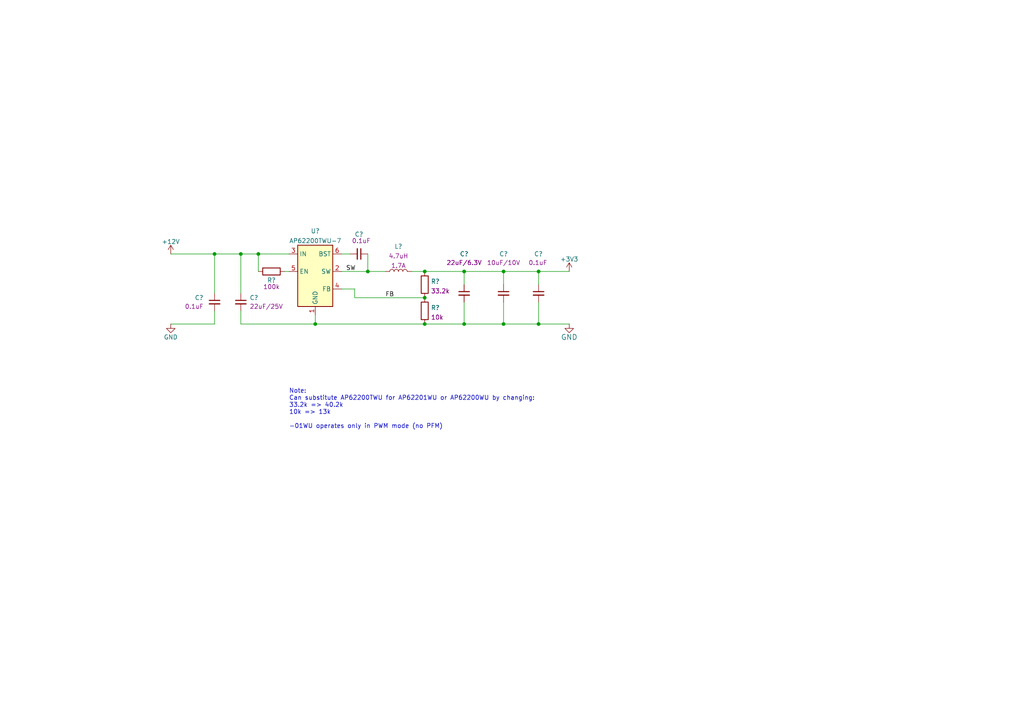
<source format=kicad_sch>
(kicad_sch (version 20211123) (generator eeschema)
  (paper "A4")
  (lib_symbols
    (symbol "4ms_Capacitor:0.1uF_0603_16V" (pin_numbers hide) (pin_names (offset 0.254) hide)
      (property "Reference" "C" (at 1.905 1.27 0))
      (property "Display" "0.1uF" (at 1.905 -1.27 0))
      (symbol "0.1uF_0603_16V_0_1"
        (polyline (pts (xy -1.524 -0.508) (xy 1.524 -0.508)) (stroke (width 0.3302)))
        (polyline (pts (xy -1.524 0.508) (xy 1.524 0.508)) (stroke (width 0.3048)))
      )
      (symbol "0.1uF_0603_16V_1_1"
        (pin passive line (at 0 2.54 270) (length 2.032) (name "~") (number "1"))
        (pin passive line (at 0 -2.54 90) (length 2.032) (name "~") (number "2"))
      )
    )
    (symbol "4ms_Capacitor:10uF_0603_10V" (pin_numbers hide) (pin_names (offset 0.254) hide)
      (property "Reference" "C" (at 1.905 1.27 0))
      (property "Display" "10uF/10V" (at 1.905 -1.27 0))
      (symbol "10uF_0603_10V_0_1"
        (polyline (pts (xy -1.524 -0.508) (xy 1.524 -0.508)) (stroke (width 0.3302)))
        (polyline (pts (xy -1.524 0.508) (xy 1.524 0.508)) (stroke (width 0.3048)))
      )
      (symbol "10uF_0603_10V_1_1"
        (pin passive line (at 0 2.54 270) (length 2.032) (name "~") (number "1"))
        (pin passive line (at 0 -2.54 90) (length 2.032) (name "~") (number "2"))
      )
    )
    (symbol "4ms_Capacitor:22uF_0805_25V" (pin_numbers hide) (pin_names (offset 0.254))
      (property "Reference" "C" (at 1.905 1.27 0))
      (property "Display" "22uF/25V" (at 1.905 -1.27 0))
      (symbol "22uF_0805_25V_1_1"
        (polyline (pts (xy -1.524 -0.508) (xy 1.524 -0.508)) (stroke (width 0.3302)))
        (polyline (pts (xy -1.524 0.508) (xy 1.524 0.508)) (stroke (width 0.3048)))
        (pin passive line (at 0 2.54 270) (length 2.032) (name "~") (number "1"))
        (pin passive line (at 0 -2.54 90) (length 2.032) (name "~") (number "2"))
      )
    )
    (symbol "4ms_Capacitor:22uF_0805_6.3V" (pin_numbers hide) (pin_names (offset 0.254) hide)
      (property "Reference" "C" (at 1.905 1.27 0))
      (property "Display" "22uF/6.3V" (at 1.905 -1.27 0))
      (symbol "22uF_0805_6.3V_0_1"
        (polyline (pts (xy -1.524 -0.508) (xy 1.524 -0.508)) (stroke (width 0.3302)))
        (polyline (pts (xy -1.524 0.508) (xy 1.524 0.508)) (stroke (width 0.3048)))
      )
      (symbol "22uF_0805_6.3V_1_1"
        (pin passive line (at 0 2.54 270) (length 2.032) (name "~") (number "1"))
        (pin passive line (at 0 -2.54 90) (length 2.032) (name "~") (number "2"))
      )
    )
    (symbol "4ms_IC:AP62200TWU-7"
      (property "Reference" "U" (at 0 12.7 0))
      (property "Value" "AP62200TWU-7" (at 0 10.16 0))
      (symbol "AP62200TWU-7_0_1"
        (rectangle (start -5.08 8.89) (end 5.08 -8.89) (stroke (width 0.254)) (fill (type background)))
      )
      (symbol "AP62200TWU-7_1_1"
        (pin power_in line (at 0 -11.43 90) (length 2.54) (name "GND") (number "1"))
        (pin power_out line (at 7.62 1.27 180) (length 2.54) (name "SW") (number "2"))
        (pin power_in line (at -7.62 6.35 0) (length 2.54) (name "IN") (number "3"))
        (pin input line (at 7.62 -3.81 180) (length 2.54) (name "FB") (number "4"))
        (pin input line (at -7.62 1.27 0) (length 2.54) (name "EN") (number "5"))
        (pin output line (at 7.62 6.35 180) (length 2.54) (name "BST") (number "6"))
      )
    )
    (symbol "4ms_Inductor:4.7uH_1.2A_40xx" (pin_numbers hide) (pin_names (offset 1.016) hide)
      (property "Reference" "L" (at -1.27 0 90))
      (property "Display" "4.7uH" (at 2.54 0 90))
      (property "Display 2" "1.7A" (at 4.318 -0.0508 90))
      (symbol "4.7uH_1.2A_40xx_0_1"
        (arc (start 0 -2.54) (mid 0.635 -1.905) (end 0 -1.27))
        (arc (start 0 -1.27) (mid 0.635 -0.635) (end 0 0))
        (arc (start 0 0) (mid 0.635 0.635) (end 0 1.27))
        (arc (start 0 1.27) (mid 0.635 1.905) (end 0 2.54))
      )
      (symbol "4.7uH_1.2A_40xx_1_1"
        (pin passive line (at 0 3.81 270) (length 1.27) (name "1") (number "1"))
        (pin passive line (at 0 -3.81 90) (length 1.27) (name "2") (number "2"))
      )
    )
    (symbol "4ms_Power-symbol:+12V" (power) (pin_names (offset 0))
      (property "Value" "+12V" (at 0 3.556 0))
      (symbol "+12V_0_1"
        (polyline (pts (xy -0.762 1.27) (xy 0 2.54)))
        (polyline (pts (xy 0 0) (xy 0 2.54)))
        (polyline (pts (xy 0 2.54) (xy 0.762 1.27)))
      )
      (symbol "+12V_1_1"
        (pin power_in line (at 0 0 90) (length 0) hide (name "+12V") (number "1"))
      )
    )
    (symbol "4ms_Power-symbol:+3.3V" (power) (pin_names (offset 0))
      (property "Value" "+3.3V" (at 0 3.556 0))
      (symbol "+3.3V_0_1"
        (polyline (pts (xy -0.762 1.27) (xy 0 2.54)))
        (polyline (pts (xy 0 0) (xy 0 2.54)))
        (polyline (pts (xy 0 2.54) (xy 0.762 1.27)))
      )
      (symbol "+3.3V_1_1"
        (pin power_in line (at 0 0 90) (length 0) hide (name "+3V3") (number "1"))
      )
    )
    (symbol "4ms_Power-symbol:GND" (power) (pin_names (offset 0))
      (property "Value" "GND" (at 0 -3.81 0))
      (symbol "GND_0_1"
        (polyline (pts (xy 0 0) (xy 0 -1.27) (xy 1.27 -1.27) (xy 0 -2.54) (xy -1.27 -1.27) (xy 0 -1.27)))
      )
      (symbol "GND_1_1"
        (pin power_in line (at 0 0 270) (length 0) hide (name "GND") (number "1"))
      )
    )
    (symbol "4ms_Resistor:100k_0603" (pin_numbers hide) (pin_names (offset 0))
      (property "Reference" "R" (at 2.032 0 90))
      (property "Display" "100k" (at 3.81 0 90))
      (symbol "100k_0603_0_1"
        (rectangle (start -1.016 -2.54) (end 1.016 2.54) (stroke (width 0.254)))
      )
      (symbol "100k_0603_1_1"
        (pin passive line (at 0 3.81 270) (length 1.27) (name "~") (number "1"))
        (pin passive line (at 0 -3.81 90) (length 1.27) (name "~") (number "2"))
      )
    )
    (symbol "4ms_Resistor:10k_0603" (pin_numbers hide) (pin_names (offset 0))
      (property "Reference" "R" (at 2.032 0 90))
      (property "Display" "10k" (at 3.81 0 90))
      (symbol "10k_0603_0_1"
        (rectangle (start -1.016 -2.54) (end 1.016 2.54) (stroke (width 0.254)))
      )
      (symbol "10k_0603_1_1"
        (pin passive line (at 0 3.81 270) (length 1.27) (name "~") (number "1"))
        (pin passive line (at 0 -3.81 90) (length 1.27) (name "~") (number "2"))
      )
    )
    (symbol "4ms_Resistor:33.2k_0603" (pin_numbers hide) (pin_names (offset 0))
      (property "Reference" "R" (at 2.032 0 90))
      (property "Display" "33.2k" (at 3.81 0 90))
      (symbol "33.2k_0603_0_1"
        (rectangle (start -1.016 -2.54) (end 1.016 2.54) (stroke (width 0.254)))
      )
      (symbol "33.2k_0603_1_1"
        (pin passive line (at 0 3.81 270) (length 1.27) (name "~") (number "1"))
        (pin passive line (at 0 -3.81 90) (length 1.27) (name "~") (number "2"))
      )
    )
  )
  (junction (at 106.68 78.74))
  (junction (at 123.19 86.36))
  (junction (at 123.19 78.74))
  (junction (at 134.62 78.74))
  (junction (at 156.21 78.74))
  (junction (at 156.21 93.98))
  (junction (at 91.44 93.98))
  (junction (at 74.93 73.66))
  (junction (at 123.19 93.98))
  (junction (at 134.62 93.98))
  (junction (at 62.23 73.66))
  (junction (at 146.05 93.98))
  (junction (at 146.05 78.74))
  (junction (at 69.85 73.66))
  (wire (pts (xy 123.19 93.98) (xy 134.62 93.98)))
  (wire (pts (xy 134.62 93.98) (xy 146.05 93.98)))
  (wire (pts (xy 62.23 93.98) (xy 49.53 93.98)))
  (wire (pts (xy 146.05 78.74) (xy 146.05 82.55)))
  (wire (pts (xy 91.44 93.98) (xy 123.19 93.98)))
  (wire (pts (xy 156.21 82.55) (xy 156.21 78.74)))
  (wire (pts (xy 119.38 78.74) (xy 123.19 78.74)))
  (wire (pts (xy 74.93 73.66) (xy 83.82 73.66)))
  (wire (pts (xy 49.53 73.66) (xy 62.23 73.66)))
  (wire (pts (xy 91.44 91.44) (xy 91.44 93.98)))
  (wire (pts (xy 146.05 87.63) (xy 146.05 93.98)))
  (wire (pts (xy 102.87 83.82) (xy 99.06 83.82)))
  (wire (pts (xy 69.85 93.98) (xy 91.44 93.98)))
  (wire (pts (xy 69.85 73.66) (xy 69.85 85.09)))
  (wire (pts (xy 99.06 78.74) (xy 106.68 78.74)))
  (wire (pts (xy 62.23 85.09) (xy 62.23 73.66)))
  (wire (pts (xy 83.82 78.74) (xy 82.55 78.74)))
  (wire (pts (xy 102.87 86.36) (xy 102.87 83.82)))
  (wire (pts (xy 156.21 93.98) (xy 165.1 93.98)))
  (wire (pts (xy 62.23 90.17) (xy 62.23 93.98)))
  (wire (pts (xy 69.85 90.17) (xy 69.85 93.98)))
  (wire (pts (xy 102.87 86.36) (xy 123.19 86.36)))
  (wire (pts (xy 156.21 78.74) (xy 165.1 78.74)))
  (wire (pts (xy 69.85 73.66) (xy 74.93 73.66)))
  (wire (pts (xy 134.62 78.74) (xy 134.62 82.55)))
  (wire (pts (xy 106.68 78.74) (xy 106.68 73.66)))
  (wire (pts (xy 156.21 87.63) (xy 156.21 93.98)))
  (wire (pts (xy 106.68 78.74) (xy 111.76 78.74)))
  (wire (pts (xy 123.19 78.74) (xy 134.62 78.74)))
  (wire (pts (xy 146.05 78.74) (xy 156.21 78.74)))
  (wire (pts (xy 74.93 78.74) (xy 74.93 73.66)))
  (wire (pts (xy 146.05 93.98) (xy 156.21 93.98)))
  (wire (pts (xy 62.23 73.66) (xy 69.85 73.66)))
  (wire (pts (xy 134.62 78.74) (xy 146.05 78.74)))
  (wire (pts (xy 99.06 73.66) (xy 101.6 73.66)))
  (wire (pts (xy 134.62 87.63) (xy 134.62 93.98)))
  (text "Note:\nCan substitute AP62200TWU for AP62201WU or AP62200WU by changing:\n33.2k => 40.2k\n10k => 13k\n\n-01WU operates only in PWM mode (no PFM)" (at 83.82 124.46 0) (effects (font (size 1.27 1.27)) (justify left bottom)))
  (label "SW" (at 100.33 78.74 0))
  (label "FB" (at 111.76 86.36 0))
  (symbol (lib_id "4ms_IC:AP62200TWU-7") (at 91.44 80.01 0) (unit 1)
    (property "Reference" "U?" (at 91.44 67.0052 0))
    (property "Value" "AP62200TWU-7" (at 91.44 69.85 0))
    (property "Footprint" "4ms_Package_SOT:TSOT-23-6" (effects hide))
    (property "Datasheet" "https://www.mouser.com/datasheet/2/115/DIOD_S_A0012994370_1-2543895.pdf" (effects hide))
    (property "Manufacturer" "Diodes Incorporated" (effects hide))
    (property "Specifications" "DC/DC Buck Converter 750kHz 18VinMax 2A Synchronous" (effects hide))
    (property "Part Number" "AP62200T" (effects hide))
  )
  (symbol (lib_id "4ms_Inductor:4.7uH_1.2A_40xx") (at 115.57 78.74 90) (unit 1)
    (property "Reference" "L?" (at 115.57 71.4903 90))
    (property "Value" "4.7uH_1.2A_40xx" (effects hide))
    (property "Footprint" "Inductor_SMD:L_Taiyo-Yuden_NR-40xx" (effects hide))
    (property "Datasheet" "https://www.mouser.com/datasheet/2/3/ASPI-4030S-1774929.pdf" (effects hide))
    (property "Specifications" "4.7uH, Isat>1.7A, Idc>1.2A, Rdc<=108mOhms, shielded" (effects hide))
    (property "Manufacturer" "Taiyo Yuden" (effects hide))
    (property "Part Number" "NRS4018T6R8MDGJ" (effects hide))
    (property "Display" "4.7uH" (at 115.57 74.2654 90))
    (property "Display 2" "1.7A" (at 115.57 77.0405 90))
    (property "Manufacturer 2" "Taiyo Yuden" (effects hide))
    (property "Part Number 2" "NR4018T4R7M" (effects hide))
    (property "Manufacturer 3" "Bournes" (effects hide))
    (property "Part Number 3" "SRN4018TA-4R7M" (effects hide))
    (property "Manufacturer 4" "ABRACON" (effects hide))
    (property "Part Number 4" "ASPI-0418FS-4R7M-T3" (effects hide))
  )
  (symbol (lib_id "4ms_Resistor:10k_0603") (at 123.19 90.17 0) (unit 1)
    (property "Reference" "R?" (at 124.968 89.2615 0) (effects (justify left)))
    (property "Value" "10k_0603" (effects hide))
    (property "Footprint" "4ms_Resistor:R_0603" (effects hide))
    (property "Specifications" "10K, 1%, 1/10W, 0603" (effects hide))
    (property "Manufacturer" "Yageo" (effects hide))
    (property "Part Number" "RC0603FR-0710KL" (effects hide))
    (property "Display" "10k" (at 124.968 92.0366 0) (effects (justify left)))
    (property "JLCPCB ID" "C25804" (effects hide))
  )
  (symbol (lib_id "4ms_Capacitor:0.1uF_0603_16V") (at 104.14 73.66 270) (unit 1)
    (property "Reference" "C?" (at 104.14 67.9704 90))
    (property "Value" "0.1uF_0603_16V" (effects hide))
    (property "Footprint" "4ms_Capacitor:C_0603" (effects hide))
    (property "Specifications" "0.1uF, Min. 16V 10%, X7R or X5R or similar" (effects hide))
    (property "Display" "0.1uF" (at 104.775 69.85 90))
    (property "Manufacturer" "AVX Corporation" (effects hide))
    (property "Part Number" "0603YC104KAT2A" (effects hide))
    (property "JLCPCB ID" "C14663" (effects hide))
  )
  (symbol (lib_id "4ms_Power-symbol:+3.3V") (at 165.1 78.74 0) (unit 1)
    (property "Reference" "#PWR?" (effects hide))
    (property "Value" "+3.3V" (at 165.1 75.184 0))
  )
  (symbol (lib_id "4ms_Resistor:33.2k_0603") (at 123.19 82.55 0) (unit 1)
    (property "Reference" "R?" (at 124.968 81.6415 0) (effects (justify left)))
    (property "Value" "33.2k_0603" (effects hide))
    (property "Footprint" "4ms_Resistor:R_0603" (effects hide))
    (property "Specifications" "33.2k, 1%, 1/10W, 0603" (effects hide))
    (property "Manufacturer" "Yageo" (effects hide))
    (property "Part Number" "RT0603FRE0733K2L" (effects hide))
    (property "Display" "33.2k" (at 124.968 84.4166 0) (effects (justify left)))
    (property "JLCPCB ID" "C23003" (effects hide))
  )
  (symbol (lib_id "4ms_Resistor:100k_0603") (at 78.74 78.74 270) (unit 1)
    (property "Reference" "R?" (at 78.74 81.28 90))
    (property "Value" "100k_0603" (effects hide))
    (property "Footprint" "4ms_Resistor:R_0603" (effects hide))
    (property "Display" "100k" (at 78.74 83.185 90))
    (property "Manufacturer" "Yageo" (effects hide))
    (property "Part Number" "RC0603FR-07100KL" (effects hide))
    (property "Specifications" "100K, 1%, 1/10W, 0603" (effects hide))
    (property "JLCPCB ID" "C25803" (effects hide))
  )
  (symbol (lib_id "4ms_Power-symbol:GND") (at 49.53 93.98 0) (unit 1)
    (property "Reference" "#PWR?" (effects hide))
    (property "Value" "GND" (at 49.53 97.79 0))
  )
  (symbol (lib_id "4ms_Power-symbol:+12V") (at 49.53 73.66 0) (unit 1)
    (property "Reference" "#PWR?" (effects hide))
    (property "Value" "+12V" (at 49.53 70.104 0))
  )
  (symbol (lib_id "4ms_Capacitor:10uF_0603_10V") (at 146.05 85.09 0) (unit 1)
    (property "Reference" "C?" (at 144.78 73.66 0) (effects (justify left)))
    (property "Value" "10uF_0603_10V" (effects hide))
    (property "Footprint" "4ms_Capacitor:C_0603" (effects hide))
    (property "Specifications" "10uF, Min. 10V X5R 10%" (effects hide))
    (property "Display" "10uF/10V" (at 146.05 76.2 0))
    (property "Manufacturer" "Murata" (effects hide))
    (property "Part Number" "GRM188R61A106KE69D" (effects hide))
    (property "JLCPCB ID" "C19702" (effects hide))
  )
  (symbol (lib_id "4ms_Capacitor:22uF_0805_25V") (at 69.85 87.63 0) (unit 1)
    (property "Reference" "C?" (at 72.39 86.36 0) (effects (justify left)))
    (property "Value" "22uF_0805_25V" (effects hide))
    (property "Footprint" "4ms_Capacitor:C_0805" (effects hide))
    (property "Specifications" "22uF, Min 25V, 0805, MLCC, X5R or similar" (effects hide))
    (property "Display" "22uF/25V" (at 72.39 88.9 0) (effects (justify left)))
    (property "Manufacturer" "Murata" (effects hide))
    (property "Part Number" "GRM21BR61E226ME44L" (effects hide))
    (property "JLCPCB ID" "C45783" (effects hide))
  )
  (symbol (lib_id "4ms_Capacitor:0.1uF_0603_16V") (at 62.23 87.63 0) (unit 1)
    (property "Reference" "C?" (at 59.055 86.36 0) (effects (justify right)))
    (property "Value" "0.1uF_0603_16V" (effects hide))
    (property "Footprint" "4ms_Capacitor:C_0603" (effects hide))
    (property "Display" "0.1uF" (at 59.055 88.9 0) (effects (justify right)))
    (property "Manufacturer" "AVX Corporation" (effects hide))
    (property "Part Number" "0603YC104KAT2A" (effects hide))
    (property "Specifications" "0.1uF, Min. 16V 10%, X7R or X5R or similar" (effects hide))
    (property "JLCPCB ID" "C14663" (effects hide))
  )
  (symbol (lib_id "4ms_Power-symbol:GND") (at 165.1 93.98 0) (unit 1)
    (property "Reference" "#PWR?" (effects hide))
    (property "Value" "GND" (at 165.1 97.79 0) (effects (font (size 1.524 1.524))))
  )
  (symbol (lib_id "4ms_Capacitor:22uF_0805_6.3V") (at 134.62 85.09 0) (unit 1)
    (property "Reference" "C?" (at 133.35 73.66 0) (effects (justify left)))
    (property "Value" "22uF_0805_6.3V" (effects hide))
    (property "Footprint" "4ms_Capacitor:C_0805" (effects hide))
    (property "Manufacturer" "Taiyo Yuden" (effects hide))
    (property "Part number" "JMK212ABJ226MD-T" (effects hide))
    (property "Specifications" "22uF, Min 6.3V, MLCC, X5R X7S or similar" (effects hide))
    (property "Display" "22uF/6.3V" (at 134.62 76.2 0))
    (property "Part Number" "JMK212ABJ226MD-T" (effects hide))
    (property "JLCPCB ID" "C45783" (effects hide))
  )
  (symbol (lib_id "4ms_Capacitor:0.1uF_0603_16V") (at 156.21 85.09 0) (unit 1)
    (property "Reference" "C?" (at 157.48 73.66 0) (effects (justify right)))
    (property "Value" "0.1uF_0603_16V" (effects hide))
    (property "Footprint" "4ms_Capacitor:C_0603" (effects hide))
    (property "Display" "0.1uF" (at 158.75 76.2 0) (effects (justify right)))
    (property "Manufacturer" "AVX Corporation" (effects hide))
    (property "Part Number" "0603YC104KAT2A" (effects hide))
    (property "Specifications" "0.1uF, Min. 16V 10%, X7R or X5R or similar" (effects hide))
    (property "JLCPCB ID" "C14663" (effects hide))
  )
)
</source>
